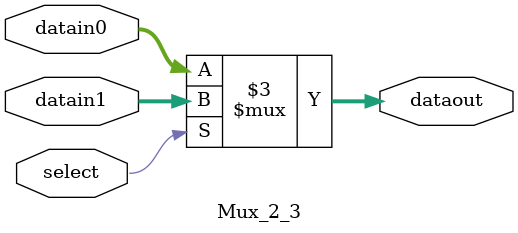
<source format=v>
module Mux_2_3 (select, datain0, datain1, dataout);
    input select;
    input [2:0] datain0, datain1;
    output reg [2:0] dataout;

    always @(*) begin
        if (select) 
            dataout <= datain1;
        else
            dataout <= datain0;
    end
endmodule

</source>
